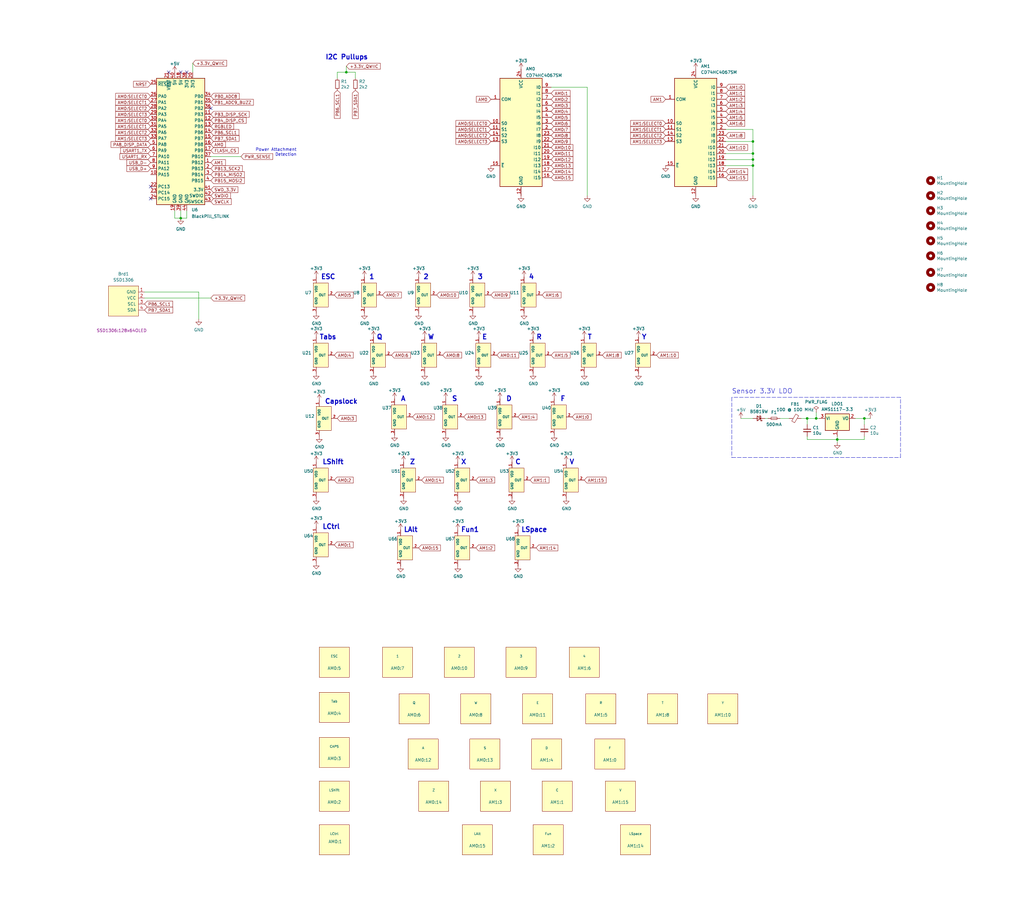
<source format=kicad_sch>
(kicad_sch (version 20250114) (generator "eeschema") (generator_version "9.0")
  (paper "User" 431.8 381)
  (lib_symbols
    (symbol "49e:Hall_Sensor" (pin_names (offset 1.016))
      (property "Reference" "U?" (at -4.5212 0.9652 0))
      (symbol "Hall_Sensor_1_1"
        (pin power_in line (at -2.54 7.62 270) (length 2.54) (name "VDD") (number "1"))
        (pin power_in line (at -2.54 -7.62 90) (length 2.54) (name "GND") (number "3"))
        (pin output line (at 5.08 0 180) (length 2.54) (name "OUT") (number "2"))
      )
    )
    (symbol "74xx:CD74HC4067SM"
      (property "Reference" "U" (at -8.89 22.86 0))
      (property "Value" "CD74HC4067SM" (at 1.27 22.86 0))
      (symbol "CD74HC4067SM_1_1"
        (pin passive line (at -12.7 12.7 0) (length 3.81) (name "COM") (number "1"))
        (pin input line (at -12.7 2.54 0) (length 3.81) (name "S0") (number "10"))
        (pin input line (at -12.7 0 0) (length 3.81) (name "S1") (number "11"))
        (pin input line (at -12.7 -2.54 0) (length 3.81) (name "S2") (number "14"))
        (pin input line (at -12.7 -5.08 0) (length 3.81) (name "S3") (number "13"))
        (pin input line (at -12.7 -15.24 0) (length 3.81) (name "~{E}") (number "15"))
        (pin power_in line (at 0 25.4 270) (length 3.81) (name "VCC") (number "24"))
        (pin power_in line (at 0 -27.94 90) (length 3.81) (name "GND") (number "12"))
        (pin passive line (at 12.7 17.78 180) (length 3.81) (name "I0") (number "9"))
        (pin passive line (at 12.7 15.24 180) (length 3.81) (name "I1") (number "8"))
        (pin passive line (at 12.7 12.7 180) (length 3.81) (name "I2") (number "7"))
        (pin passive line (at 12.7 10.16 180) (length 3.81) (name "I3") (number "6"))
        (pin passive line (at 12.7 7.62 180) (length 3.81) (name "I4") (number "5"))
        (pin passive line (at 12.7 5.08 180) (length 3.81) (name "I5") (number "4"))
        (pin passive line (at 12.7 2.54 180) (length 3.81) (name "I6") (number "3"))
        (pin passive line (at 12.7 0 180) (length 3.81) (name "I7") (number "2"))
        (pin passive line (at 12.7 -2.54 180) (length 3.81) (name "I8") (number "23"))
        (pin passive line (at 12.7 -5.08 180) (length 3.81) (name "I9") (number "22"))
        (pin passive line (at 12.7 -7.62 180) (length 3.81) (name "I10") (number "21"))
        (pin passive line (at 12.7 -10.16 180) (length 3.81) (name "I11") (number "20"))
        (pin passive line (at 12.7 -12.7 180) (length 3.81) (name "I12") (number "19"))
        (pin passive line (at 12.7 -15.24 180) (length 3.81) (name "I13") (number "18"))
        (pin passive line (at 12.7 -17.78 180) (length 3.81) (name "I14") (number "17"))
        (pin passive line (at 12.7 -20.32 180) (length 3.81) (name "I15") (number "16"))
      )
    )
    (symbol "Device:C_Small" (pin_numbers (hide yes)) (pin_names (offset 0.254) (hide yes))
      (property "Reference" "C" (at 0.254 1.778 0))
      (property "Value" "C_Small" (at 0.254 -2.032 0))
      (symbol "C_Small_1_1"
        (pin passive line (at 0 2.54 270) (length 2.032) (name "~") (number "1"))
        (pin passive line (at 0 -2.54 90) (length 2.032) (name "~") (number "2"))
      )
    )
    (symbol "Device:D_Schottky_Small" (pin_numbers (hide yes)) (pin_names (offset 0.254) (hide yes))
      (property "Reference" "D" (at -1.27 2.032 0))
      (property "Value" "D_Schottky_Small" (at -7.112 -2.032 0))
      (symbol "D_Schottky_Small_1_1"
        (pin passive line (at -2.54 0 0) (length 1.778) (name "K") (number "1"))
        (pin passive line (at 2.54 0 180) (length 1.778) (name "A") (number "2"))
      )
    )
    (symbol "Device:Ferrite_Bead_Small" (pin_numbers (hide yes)) (pin_names (offset 0))
      (property "Reference" "FB" (at 1.905 1.27 0))
      (property "Value" "Device_Ferrite_Bead_Small" (at 1.905 -1.27 0))
      (symbol "Ferrite_Bead_Small_1_1"
        (pin passive line (at 0 2.54 270) (length 1.27) (name "~") (number "1"))
        (pin passive line (at 0 -2.54 90) (length 1.27) (name "~") (number "2"))
      )
    )
    (symbol "Device:Fuse_Small" (pin_numbers (hide yes)) (pin_names (offset 0.254) (hide yes))
      (property "Reference" "F" (at 0 -1.524 0))
      (property "Value" "Fuse_Small" (at 0 1.524 0))
      (symbol "Fuse_Small_1_1"
        (pin passive line (at -2.54 0 0) (length 1.27) (name "~") (number "1"))
        (pin passive line (at 2.54 0 180) (length 1.27) (name "~") (number "2"))
      )
    )
    (symbol "Device:R_Small" (pin_numbers (hide yes)) (pin_names (offset 0.254) (hide yes))
      (property "Reference" "R" (at 0.762 0.508 0))
      (property "Value" "R_Small" (at 0.762 -1.016 0))
      (symbol "R_Small_1_1"
        (pin passive line (at 0 2.54 270) (length 0.762) (name "~") (number "1"))
        (pin passive line (at 0 -2.54 90) (length 0.762) (name "~") (number "2"))
      )
    )
    (symbol "Mechanical:MountingHole" (pin_names (offset 1.016))
      (property "Reference" "H" (at 0 5.08 0))
      (property "Value" "MountingHole" (at 0 3.175 0))
    )
    (symbol "Regulator_Linear:AMS1117-3.3" (pin_names (offset 0.254))
      (property "Reference" "U" (at -3.81 3.175 0))
      (property "Value" "AMS1117-3.3" (at 0 3.175 0))
      (symbol "AMS1117-3.3_1_1"
        (pin power_in line (at -7.62 0 0) (length 2.54) (name "VI") (number "3"))
        (pin power_in line (at 0 -7.62 90) (length 2.54) (name "GND") (number "1"))
        (pin power_out line (at 7.62 0 180) (length 2.54) (name "VO") (number "2"))
      )
    )
    (symbol "SSD1306-128x64_OLED:SSD1306" (pin_names (offset 1.016))
      (property "Reference" "Brd" (at 0 -3.81 0))
      (property "Value" "SSD1306" (at 0 -1.27 0))
      (symbol "SSD1306_1_1"
        (pin input line (at -3.81 8.89 270) (length 2.54) (name "GND") (number "1"))
        (pin input line (at -1.27 8.89 270) (length 2.54) (name "VCC") (number "2"))
        (pin input line (at 1.27 8.89 270) (length 2.54) (name "SCL") (number "3"))
        (pin input line (at 3.81 8.89 270) (length 2.54) (name "SDA") (number "4"))
      )
    )
    (symbol "blackpill_stlink:BlackPill_STLINK"
      (property "Reference" "U6" (at 4.5594 -27.5495 0))
      (property "Value" "BlackPill_STLINK" (at 4.5594 -30.3246 0))
      (symbol "BlackPill_STLINK_1_1"
        (pin input line (at -12.7 25.4 0) (length 2.54) (name "~{RESET}") (number "25"))
        (pin bidirectional line (at -12.7 20.32 0) (length 2.54) (name "PA0") (number "26"))
        (pin bidirectional line (at -12.7 17.78 0) (length 2.54) (name "PA1") (number "27"))
        (pin bidirectional line (at -12.7 15.24 0) (length 2.54) (name "PA2") (number "28"))
        (pin bidirectional line (at -12.7 12.7 0) (length 2.54) (name "PA3") (number "29"))
        (pin bidirectional line (at -12.7 10.16 0) (length 2.54) (name "PA4") (number "30"))
        (pin bidirectional line (at -12.7 7.62 0) (length 2.54) (name "PA5") (number "31"))
        (pin bidirectional line (at -12.7 5.08 0) (length 2.54) (name "PA6") (number "32"))
        (pin bidirectional line (at -12.7 2.54 0) (length 2.54) (name "PA7") (number "33"))
        (pin bidirectional line (at -12.7 0 0) (length 2.54) (name "PA8") (number "5"))
        (pin bidirectional line (at -12.7 -2.54 0) (length 2.54) (name "PA9") (number "6"))
        (pin bidirectional line (at -12.7 -5.08 0) (length 2.54) (name "PA10") (number "7"))
        (pin bidirectional line (at -12.7 -7.62 0) (length 2.54) (name "PA11") (number "8"))
        (pin bidirectional line (at -12.7 -10.16 0) (length 2.54) (name "PA12") (number "9"))
        (pin bidirectional line (at -12.7 -12.7 0) (length 2.54) (name "PA15") (number "10"))
        (pin bidirectional line (at -12.7 -17.78 0) (length 2.54) (name "PC13") (number "22"))
        (pin bidirectional line (at -12.7 -20.32 0) (length 2.54) (name "PC14") (number "23"))
        (pin bidirectional line (at -12.7 -22.86 0) (length 2.54) (name "PC15") (number "24"))
        (pin power_in line (at -5.08 30.48 270) (length 2.54) (name "VBAT") (number "21"))
        (pin passive line (at -2.54 30.48 270) (length 2.54) (name "5V") (number "40"))
        (pin power_in line (at -2.54 -27.94 90) (length 2.54) (name "GND") (number "19"))
        (pin power_in line (at 0 30.48 270) (length 2.54) (name "5V") (number "18"))
        (pin power_in line (at 0 -27.94 90) (length 2.54) (name "GND") (number "39"))
        (pin power_out line (at 2.54 30.48 270) (length 2.54) (name "3V3") (number "38"))
        (pin power_in line (at 2.54 -27.94 90) (length 2.54) (name "GND") (number "44"))
        (pin power_out line (at 5.08 30.48 270) (length 2.54) (name "3V3") (number "20"))
        (pin bidirectional line (at 12.7 20.32 180) (length 2.54) (name "PB0") (number "34"))
        (pin bidirectional line (at 12.7 17.78 180) (length 2.54) (name "PB1") (number "35"))
        (pin bidirectional line (at 12.7 15.24 180) (length 2.54) (name "PB2") (number "36"))
        (pin bidirectional line (at 12.7 12.7 180) (length 2.54) (name "PB3") (number "11"))
        (pin bidirectional line (at 12.7 10.16 180) (length 2.54) (name "PB4") (number "12"))
        (pin bidirectional line (at 12.7 7.62 180) (length 2.54) (name "PB5") (number "13"))
        (pin bidirectional line (at 12.7 5.08 180) (length 2.54) (name "PB6") (number "14"))
        (pin bidirectional line (at 12.7 2.54 180) (length 2.54) (name "PB7") (number "15"))
        (pin bidirectional line (at 12.7 0 180) (length 2.54) (name "PB8") (number "16"))
        (pin bidirectional line (at 12.7 -2.54 180) (length 2.54) (name "PB9") (number "17"))
        (pin bidirectional line (at 12.7 -5.08 180) (length 2.54) (name "PB10") (number "37"))
        (pin bidirectional line (at 12.7 -7.62 180) (length 2.54) (name "PB12") (number "1"))
        (pin bidirectional line (at 12.7 -10.16 180) (length 2.54) (name "PB13") (number "2"))
        (pin bidirectional line (at 12.7 -12.7 180) (length 2.54) (name "PB14") (number "3"))
        (pin bidirectional line (at 12.7 -15.24 180) (length 2.54) (name "PB15") (number "4"))
        (pin power_out line (at 12.7 -19.05 180) (length 2.54) (name "3.3V") (number "41"))
        (pin bidirectional line (at 12.7 -21.59 180) (length 2.54) (name "SWDIO") (number "42"))
        (pin bidirectional line (at 12.7 -24.13 180) (length 2.54) (name "SWSCK") (number "43"))
      )
    )
    (symbol "power:+3.3V" (power) (pin_names (offset 0))
      (property "Value" "+3.3V" (at 0 3.556 0))
      (symbol "+3.3V_1_1"
        (pin power_in line (at 0 0 90) (length 0) (hide yes) (name "+3V3") (number "1"))
      )
    )
    (symbol "power:+5V" (power) (pin_names (offset 0))
      (property "Value" "+5V" (at 0 3.556 0))
      (symbol "+5V_1_1"
        (pin power_in line (at 0 0 90) (length 0) (hide yes) (name "+5V") (number "1"))
      )
    )
    (symbol "power:GND" (power) (pin_names (offset 0))
      (property "Value" "GND" (at 0 -3.81 0))
      (symbol "GND_1_1"
        (pin power_in line (at 0 0 270) (length 0) (hide yes) (name "GND") (number "1"))
      )
    )
    (symbol "power:PWR_FLAG" (power) (pin_numbers (hide yes)) (pin_names (offset 0) (hide yes))
      (property "Value" "PWR_FLAG" (at 0 3.81 0))
      (symbol "PWR_FLAG_0_0"
        (pin power_out line (at 0 0 90) (length 0) (name "pwr") (number "1"))
      )
    )
    (symbol "voidswitch:VoidSwitch" (pin_names (offset 1.016))
      (property "Reference" "AM0:0" (at 0 -2.54 0))
      (property "Value" "VoidSwitch" (at 0 2.54 0))
    )
  )
  (text "1" (at 155.575 118.11 0) (effects (font (size 2.0066 2.0066) (thickness 0.4013) (bold yes)) (justify left bottom)))
  (text "I2C Pullups" (at 137.16 25.4 0) (effects (font (size 2.0066 2.0066) (thickness 0.4013) (bold yes)) (justify left bottom)))
  (text "LAlt" (at 170.18 224.79 0) (effects (font (size 2.0066 2.0066) (thickness 0.4013) (bold yes)) (justify left bottom)))
  (text "A" (at 168.91 169.545 0) (effects (font (size 2.0066 2.0066) (thickness 0.4013) (bold yes)) (justify left bottom)))
  (text "Tabs" (at 134.62 143.51 0) (effects (font (size 2.0066 2.0066) (thickness 0.4013) (bold yes)) (justify left bottom)))
  (text "E" (at 203.2 143.51 0) (effects (font (size 2.0066 2.0066) (thickness 0.4013) (bold yes)) (justify left bottom)))
  (text "Capslock\n" (at 136.906 170.688 0) (effects (font (size 2.0066 2.0066) (thickness 0.4013) (bold yes)) (justify left bottom)))
  (text "D" (at 213.36 169.545 0) (effects (font (size 2.0066 2.0066) (thickness 0.4013) (bold yes)) (justify left bottom)))
  (text "3" (at 201.295 118.11 0) (effects (font (size 2.0066 2.0066) (thickness 0.4013) (bold yes)) (justify left bottom)))
  (text "W" (at 180.34 143.51 0) (effects (font (size 2.0066 2.0066) (thickness 0.4013) (bold yes)) (justify left bottom)))
  (text "R" (at 226.06 143.51 0) (effects (font (size 2.0066 2.0066) (thickness 0.4013) (bold yes)) (justify left bottom)))
  (text "F" (at 236.22 169.545 0) (effects (font (size 2.0066 2.0066) (thickness 0.4013) (bold yes)) (justify left bottom)))
  (text "Fun1" (at 194.31 224.79 0) (effects (font (size 2.0066 2.0066) (thickness 0.4013) (bold yes)) (justify left bottom)))
  (text "LCtrl" (at 135.89 223.52 0) (effects (font (size 2.0066 2.0066) (thickness 0.4013) (bold yes)) (justify left bottom)))
  (text "C" (at 217.17 196.215 0) (effects (font (size 2.0066 2.0066) (thickness 0.4013) (bold yes)) (justify left bottom)))
  (text "2" (at 178.435 118.11 0) (effects (font (size 2.0066 2.0066) (thickness 0.4013) (bold yes)) (justify left bottom)))
  (text "Sensor 3.3V LDO" (at 308.61 166.37 0) (effects (font (size 2.0066 2.0066)) (justify left bottom)))
  (text "Y" (at 270.51 143.51 0) (effects (font (size 2.0066 2.0066) (thickness 0.4013) (bold yes)) (justify left bottom)))
  (text "Q" (at 158.75 143.51 0) (effects (font (size 2.0066 2.0066) (thickness 0.4013) (bold yes)) (justify left bottom)))
  (text "T" (at 247.65 143.51 0) (effects (font (size 2.0066 2.0066) (thickness 0.4013) (bold yes)) (justify left bottom)))
  (text "ESC" (at 135.255 118.11 0) (effects (font (size 2.0066 2.0066) (thickness 0.4013) (bold yes)) (justify left bottom)))
  (text "LSpace" (at 219.71 224.79 0) (effects (font (size 2.0066 2.0066) (thickness 0.4013) (bold yes)) (justify left bottom)))
  (text "Z" (at 172.72 196.215 0) (effects (font (size 2.0066 2.0066) (thickness 0.4013) (bold yes)) (justify left bottom)))
  (text "V" (at 240.03 196.215 0) (effects (font (size 2.0066 2.0066) (thickness 0.4013) (bold yes)) (justify left bottom)))
  (text "4" (at 222.885 118.11 0) (effects (font (size 2.0066 2.0066) (thickness 0.4013) (bold yes)) (justify left bottom)))
  (text "S" (at 190.5 169.545 0) (effects (font (size 2.0066 2.0066) (thickness 0.4013) (bold yes)) (justify left bottom)))
  (text "X" (at 194.31 196.215 0) (effects (font (size 2.0066 2.0066) (thickness 0.4013) (bold yes)) (justify left bottom)))
  (text "Power Attachment\nDetection" (at 125.095 66.04 0) (effects (font (size 1.27 1.27)) (justify right bottom)))
  (text "LShift" (at 135.89 196.215 0) (effects (font (size 2.0066 2.0066) (thickness 0.4013) (bold yes)) (justify left bottom)))
  (junction (at 344.17 176.53))
  (junction (at 317.5 67.31))
  (junction (at 317.5 59.69))
  (junction (at 317.5 69.85))
  (junction (at 317.5 64.77))
  (junction (at 76.2 92.075))
  (junction (at 364.49 176.53))
  (junction (at 353.06 185.42))
  (junction (at 146.05 30.48))
  (junction (at 340.36 176.53))
  (no_connect (at 78.74 30.48))
  (no_connect (at 63.5 83.82))
  (no_connect (at 71.12 30.48))
  (no_connect (at 76.2 30.48))
  (no_connect (at 88.9 45.72))
  (no_connect (at 63.5 78.74))
  (polyline (pts (xy 308.61 167.64) (xy 308.61 193.04)) (stroke (width 0) (type dash)))
  (wire (pts (xy 340.36 176.53) (xy 344.17 176.53)))
  (wire (pts (xy 317.5 64.77) (xy 317.5 67.31)))
  (wire (pts (xy 146.05 30.48) (xy 149.86 30.48)))
  (wire (pts (xy 306.07 59.69) (xy 317.5 59.69)))
  (wire (pts (xy 73.66 88.9) (xy 73.66 92.075)))
  (wire (pts (xy 101.6 66.04) (xy 88.9 66.04)))
  (polyline (pts (xy 308.61 193.04) (xy 379.73 193.04)) (stroke (width 0) (type dash)))
  (wire (pts (xy 78.74 92.075) (xy 76.2 92.075)))
  (wire (pts (xy 317.5 69.85) (xy 317.5 82.55)))
  (wire (pts (xy 364.49 176.53) (xy 367.03 176.53)))
  (polyline (pts (xy 379.73 167.64) (xy 308.61 167.64)) (stroke (width 0) (type dash)))
  (wire (pts (xy 60.96 123.19) (xy 83.82 123.19)))
  (wire (pts (xy 83.82 123.19) (xy 83.82 134.62)))
  (wire (pts (xy 337.82 176.53) (xy 340.36 176.53)))
  (wire (pts (xy 306.07 54.61) (xy 317.5 54.61)))
  (wire (pts (xy 312.42 176.53) (xy 317.5 176.53)))
  (wire (pts (xy 306.07 67.31) (xy 317.5 67.31)))
  (wire (pts (xy 232.41 36.83) (xy 247.65 36.83)))
  (wire (pts (xy 76.2 88.9) (xy 76.2 92.075)))
  (wire (pts (xy 306.07 69.85) (xy 317.5 69.85)))
  (wire (pts (xy 364.49 185.42) (xy 353.06 185.42)))
  (wire (pts (xy 364.49 176.53) (xy 360.68 176.53)))
  (wire (pts (xy 306.07 64.77) (xy 317.5 64.77)))
  (polyline (pts (xy 379.73 193.04) (xy 379.73 167.64)) (stroke (width 0) (type dash)))
  (wire (pts (xy 60.96 125.73) (xy 88.9 125.73)))
  (wire (pts (xy 353.06 185.42) (xy 353.06 184.15)))
  (wire (pts (xy 340.36 184.15) (xy 340.36 185.42)))
  (wire (pts (xy 73.66 92.075) (xy 76.2 92.075)))
  (wire (pts (xy 340.36 179.07) (xy 340.36 176.53)))
  (wire (pts (xy 328.93 176.53) (xy 332.74 176.53)))
  (wire (pts (xy 317.5 54.61) (xy 317.5 59.69)))
  (wire (pts (xy 317.5 67.31) (xy 317.5 69.85)))
  (wire (pts (xy 364.49 184.15) (xy 364.49 185.42)))
  (wire (pts (xy 247.65 36.83) (xy 247.65 82.55)))
  (wire (pts (xy 364.49 179.07) (xy 364.49 176.53)))
  (wire (pts (xy 142.24 30.48) (xy 142.24 33.02)))
  (wire (pts (xy 344.17 173.99) (xy 344.17 176.53)))
  (wire (pts (xy 322.58 176.53) (xy 323.85 176.53)))
  (wire (pts (xy 81.28 30.48) (xy 81.28 26.67)))
  (wire (pts (xy 146.05 27.94) (xy 146.05 30.48)))
  (wire (pts (xy 146.05 30.48) (xy 142.24 30.48)))
  (wire (pts (xy 78.74 88.9) (xy 78.74 92.075)))
  (wire (pts (xy 353.06 186.69) (xy 353.06 185.42)))
  (wire (pts (xy 340.36 185.42) (xy 353.06 185.42)))
  (wire (pts (xy 344.17 176.53) (xy 345.44 176.53)))
  (wire (pts (xy 317.5 59.69) (xy 317.5 64.77)))
  (wire (pts (xy 149.86 30.48) (xy 149.86 33.02)))
  (global_label "AM0:SELECT0" (shape input) (at 207.01 52.07 180) (property "Intersheetrefs" "${INTERSHEET_REFS}" (effects (hide yes))))
  (global_label "PB6_SCL1" (shape input) (at 88.9 55.88 0) (property "Intersheetrefs" "${INTERSHEET_REFS}" (effects (hide yes))))
  (global_label "AM1:2" (shape input) (at 200.66 231.14 0) (property "Intersheetrefs" "${INTERSHEET_REFS}" (effects (hide yes))))
  (global_label "AM0:4" (shape input) (at 232.41 46.99 0) (property "Intersheetrefs" "${INTERSHEET_REFS}" (effects (hide yes))))
  (global_label "AM0:7" (shape input) (at 232.41 54.61 0) (property "Intersheetrefs" "${INTERSHEET_REFS}" (effects (hide yes))))
  (global_label "AM0:12" (shape input) (at 232.41 67.31 0) (property "Intersheetrefs" "${INTERSHEET_REFS}" (effects (hide yes))))
  (global_label "PB7_SDA1" (shape input) (at 60.96 130.81 0) (property "Intersheetrefs" "${INTERSHEET_REFS}" (effects (hide yes))))
  (global_label "PB15_MOSI2" (shape input) (at 88.9 76.2 0) (property "Intersheetrefs" "${INTERSHEET_REFS}" (effects (hide yes))))
  (global_label "AM1:3" (shape input) (at 200.66 202.565 0) (property "Intersheetrefs" "${INTERSHEET_REFS}" (effects (hide yes))))
  (global_label "AM0:9" (shape input) (at 207.01 124.46 0) (property "Intersheetrefs" "${INTERSHEET_REFS}" (effects (hide yes))))
  (global_label "AM0:7" (shape input) (at 161.29 124.46 0) (property "Intersheetrefs" "${INTERSHEET_REFS}" (effects (hide yes))))
  (global_label "AM0:1" (shape input) (at 232.41 39.37 0) (property "Intersheetrefs" "${INTERSHEET_REFS}" (effects (hide yes))))
  (global_label "SWD_3.3V" (shape input) (at 88.9 80.01 0) (property "Intersheetrefs" "${INTERSHEET_REFS}" (effects (hide yes))))
  (global_label "AM1:SELECT1" (shape input) (at 63.5 53.34 180) (property "Intersheetrefs" "${INTERSHEET_REFS}" (effects (hide yes))))
  (global_label "AM0:13" (shape input) (at 232.41 69.85 0) (property "Intersheetrefs" "${INTERSHEET_REFS}" (effects (hide yes))))
  (global_label "PB7_SDA1" (shape input) (at 88.9 58.42 0) (property "Intersheetrefs" "${INTERSHEET_REFS}" (effects (hide yes))))
  (global_label "PB6_SCL1" (shape input) (at 142.24 38.1 270) (property "Intersheetrefs" "${INTERSHEET_REFS}" (effects (hide yes))))
  (global_label "PB1_ADC9_BUZZ" (shape input) (at 88.9 43.18 0) (property "Intersheetrefs" "${INTERSHEET_REFS}" (effects (hide yes))))
  (global_label "AM0:5" (shape input) (at 140.97 124.46 0) (property "Intersheetrefs" "${INTERSHEET_REFS}" (effects (hide yes))))
  (global_label "USART1_TX" (shape input) (at 63.5 63.5 180) (property "Intersheetrefs" "${INTERSHEET_REFS}" (effects (hide yes))))
  (global_label "AM1:10" (shape input) (at 306.07 62.23 0) (property "Intersheetrefs" "${INTERSHEET_REFS}" (effects (hide yes))))
  (global_label "SWCLK" (shape input) (at 88.9 85.09 0) (property "Intersheetrefs" "${INTERSHEET_REFS}" (effects (hide yes))))
  (global_label "AM1:15" (shape input) (at 306.07 74.93 0) (property "Intersheetrefs" "${INTERSHEET_REFS}" (effects (hide yes))))
  (global_label "AM1:SELECT2" (shape input) (at 280.67 57.15 180) (property "Intersheetrefs" "${INTERSHEET_REFS}" (effects (hide yes))))
  (global_label "AM1:8" (shape input) (at 306.07 57.15 0) (property "Intersheetrefs" "${INTERSHEET_REFS}" (effects (hide yes))))
  (global_label "AM0:4" (shape input) (at 140.97 149.86 0) (property "Intersheetrefs" "${INTERSHEET_REFS}" (effects (hide yes))))
  (global_label "AM1:10" (shape input) (at 276.86 149.86 0) (property "Intersheetrefs" "${INTERSHEET_REFS}" (effects (hide yes))))
  (global_label "PB14_MISO2" (shape input) (at 88.9 73.66 0) (property "Intersheetrefs" "${INTERSHEET_REFS}" (effects (hide yes))))
  (global_label "AM0:1" (shape input) (at 140.97 229.87 0) (property "Intersheetrefs" "${INTERSHEET_REFS}" (effects (hide yes))))
  (global_label "AM1:4" (shape input) (at 218.44 175.895 0) (property "Intersheetrefs" "${INTERSHEET_REFS}" (effects (hide yes))))
  (global_label "PB3_DISP_SCK" (shape input) (at 88.9 48.26 0) (property "Intersheetrefs" "${INTERSHEET_REFS}" (effects (hide yes))))
  (global_label "PB7_SDA1" (shape input) (at 149.86 38.1 270) (property "Intersheetrefs" "${INTERSHEET_REFS}" (effects (hide yes))))
  (global_label "PB0_ADC8" (shape input) (at 88.9 40.64 0) (property "Intersheetrefs" "${INTERSHEET_REFS}" (effects (hide yes))))
  (global_label "AM0:8" (shape input) (at 186.69 149.86 0) (property "Intersheetrefs" "${INTERSHEET_REFS}" (effects (hide yes))))
  (global_label "AM0:SELECT2" (shape input) (at 63.5 45.72 180) (property "Intersheetrefs" "${INTERSHEET_REFS}" (effects (hide yes))))
  (global_label "NRST" (shape input) (at 63.5 35.56 180) (property "Intersheetrefs" "${INTERSHEET_REFS}" (effects (hide yes))))
  (global_label "AM1:6" (shape input) (at 306.07 52.07 0) (property "Intersheetrefs" "${INTERSHEET_REFS}" (effects (hide yes))))
  (global_label "AM0:2" (shape input) (at 140.97 202.565 0) (property "Intersheetrefs" "${INTERSHEET_REFS}" (effects (hide yes))))
  (global_label "AM1:5" (shape input) (at 232.41 149.86 0) (property "Intersheetrefs" "${INTERSHEET_REFS}" (effects (hide yes))))
  (global_label "AM0:SELECT0" (shape input) (at 63.5 40.64 180) (property "Intersheetrefs" "${INTERSHEET_REFS}" (effects (hide yes))))
  (global_label "AM1:6" (shape input) (at 228.6 124.46 0) (property "Intersheetrefs" "${INTERSHEET_REFS}" (effects (hide yes))))
  (global_label "AM1:1" (shape input) (at 223.52 202.565 0) (property "Intersheetrefs" "${INTERSHEET_REFS}" (effects (hide yes))))
  (global_label "AM1:SELECT0" (shape input) (at 63.5 50.8 180) (property "Intersheetrefs" "${INTERSHEET_REFS}" (effects (hide yes))))
  (global_label "AM1" (shape input) (at 88.9 68.58 0) (property "Intersheetrefs" "${INTERSHEET_REFS}" (effects (hide yes))))
  (global_label "+3.3V_QWIIC" (shape input) (at 146.05 27.94 0) (property "Intersheetrefs" "${INTERSHEET_REFS}" (effects (hide yes))))
  (global_label "AM0" (shape input) (at 88.9 60.96 0) (property "Intersheetrefs" "${INTERSHEET_REFS}" (effects (hide yes))))
  (global_label "AM0:SELECT1" (shape input) (at 207.01 54.61 180) (property "Intersheetrefs" "${INTERSHEET_REFS}" (effects (hide yes))))
  (global_label "AM1:14" (shape input) (at 226.06 231.14 0) (property "Intersheetrefs" "${INTERSHEET_REFS}" (effects (hide yes))))
  (global_label "AM0" (shape input) (at 207.01 41.91 180) (property "Intersheetrefs" "${INTERSHEET_REFS}" (effects (hide yes))))
  (global_label "AM0:3" (shape input) (at 142.24 176.53 0) (property "Intersheetrefs" "${INTERSHEET_REFS}" (effects (hide yes))))
  (global_label "PB13_SCK2" (shape input) (at 88.9 71.12 0) (property "Intersheetrefs" "${INTERSHEET_REFS}" (effects (hide yes))))
  (global_label "AM0:2" (shape input) (at 232.41 41.91 0) (property "Intersheetrefs" "${INTERSHEET_REFS}" (effects (hide yes))))
  (global_label "AM0:15" (shape input) (at 176.53 231.14 0) (property "Intersheetrefs" "${INTERSHEET_REFS}" (effects (hide yes))))
  (global_label "AM1:0" (shape input) (at 306.07 36.83 0) (property "Intersheetrefs" "${INTERSHEET_REFS}" (effects (hide yes))))
  (global_label "AM0:14" (shape input) (at 232.41 72.39 0) (property "Intersheetrefs" "${INTERSHEET_REFS}" (effects (hide yes))))
  (global_label "AM0:SELECT3" (shape input) (at 63.5 48.26 180) (property "Intersheetrefs" "${INTERSHEET_REFS}" (effects (hide yes))))
  (global_label "+3.3V_QWIIC" (shape input) (at 81.28 26.67 0) (property "Intersheetrefs" "${INTERSHEET_REFS}" (effects (hide yes))))
  (global_label "AM0:13" (shape input) (at 195.58 175.895 0) (property "Intersheetrefs" "${INTERSHEET_REFS}" (effects (hide yes))))
  (global_label "PWR_SENSE" (shape input) (at 101.6 66.04 0) (property "Intersheetrefs" "${INTERSHEET_REFS}" (effects (hide yes))))
  (global_label "AM0:11" (shape input) (at 232.41 64.77 0) (property "Intersheetrefs" "${INTERSHEET_REFS}" (effects (hide yes))))
  (global_label "SWDIO" (shape input) (at 88.9 82.55 0) (property "Intersheetrefs" "${INTERSHEET_REFS}" (effects (hide yes))))
  (global_label "AM0:SELECT2" (shape input) (at 207.01 57.15 180) (property "Intersheetrefs" "${INTERSHEET_REFS}" (effects (hide yes))))
  (global_label "AM1:SELECT2" (shape input) (at 63.5 55.88 180) (property "Intersheetrefs" "${INTERSHEET_REFS}" (effects (hide yes))))
  (global_label "USB_D+" (shape input) (at 63.5 71.12 180) (property "Intersheetrefs" "${INTERSHEET_REFS}" (effects (hide yes))))
  (global_label "AM1:4" (shape input) (at 306.07 46.99 0) (property "Intersheetrefs" "${INTERSHEET_REFS}" (effects (hide yes))))
  (global_label "AM0:10" (shape input) (at 232.41 62.23 0) (property "Intersheetrefs" "${INTERSHEET_REFS}" (effects (hide yes))))
  (global_label "AM1:0" (shape input) (at 241.3 175.895 0) (property "Intersheetrefs" "${INTERSHEET_REFS}" (effects (hide yes))))
  (global_label "RGBLED" (shape input) (at 88.9 53.34 0) (property "Intersheetrefs" "${INTERSHEET_REFS}" (effects (hide yes))))
  (global_label "FLASH_CS" (shape input) (at 88.9 63.5 0) (property "Intersheetrefs" "${INTERSHEET_REFS}" (effects (hide yes))))
  (global_label "USB_D-" (shape input) (at 63.5 68.58 180) (property "Intersheetrefs" "${INTERSHEET_REFS}" (effects (hide yes))))
  (global_label "AM0:3" (shape input) (at 232.41 44.45 0) (property "Intersheetrefs" "${INTERSHEET_REFS}" (effects (hide yes))))
  (global_label "AM0:9" (shape input) (at 232.41 59.69 0) (property "Intersheetrefs" "${INTERSHEET_REFS}" (effects (hide yes))))
  (global_label "AM1:1" (shape input) (at 306.07 39.37 0) (property "Intersheetrefs" "${INTERSHEET_REFS}" (effects (hide yes))))
  (global_label "PB6_SCL1" (shape input) (at 60.96 128.27 0) (property "Intersheetrefs" "${INTERSHEET_REFS}" (effects (hide yes))))
  (global_label "AM1:SELECT1" (shape input) (at 280.67 54.61 180) (property "Intersheetrefs" "${INTERSHEET_REFS}" (effects (hide yes))))
  (global_label "AM0:11" (shape input) (at 209.55 149.86 0) (property "Intersheetrefs" "${INTERSHEET_REFS}" (effects (hide yes))))
  (global_label "PB4_DISP_CS" (shape input) (at 88.9 50.8 0) (property "Intersheetrefs" "${INTERSHEET_REFS}" (effects (hide yes))))
  (global_label "AM1:2" (shape input) (at 306.07 41.91 0) (property "Intersheetrefs" "${INTERSHEET_REFS}" (effects (hide yes))))
  (global_label "PA8_DISP_DATA" (shape input) (at 63.5 60.96 180) (property "Intersheetrefs" "${INTERSHEET_REFS}" (effects (hide yes))))
  (global_label "AM0:12" (shape input) (at 173.99 175.895 0) (property "Intersheetrefs" "${INTERSHEET_REFS}" (effects (hide yes))))
  (global_label "AM0:14" (shape input) (at 177.8 202.565 0) (property "Intersheetrefs" "${INTERSHEET_REFS}" (effects (hide yes))))
  (global_label "AM1" (shape input) (at 280.67 41.91 180) (property "Intersheetrefs" "${INTERSHEET_REFS}" (effects (hide yes))))
  (global_label "AM0:15" (shape input) (at 232.41 74.93 0) (property "Intersheetrefs" "${INTERSHEET_REFS}" (effects (hide yes))))
  (global_label "AM1:SELECT3" (shape input) (at 280.67 59.69 180) (property "Intersheetrefs" "${INTERSHEET_REFS}" (effects (hide yes))))
  (global_label "AM1:3" (shape input) (at 306.07 44.45 0) (property "Intersheetrefs" "${INTERSHEET_REFS}" (effects (hide yes))))
  (global_label "AM0:8" (shape input) (at 232.41 57.15 0) (property "Intersheetrefs" "${INTERSHEET_REFS}" (effects (hide yes))))
  (global_label "AM1:14" (shape input) (at 306.07 72.39 0) (property "Intersheetrefs" "${INTERSHEET_REFS}" (effects (hide yes))))
  (global_label "AM0:SELECT3" (shape input) (at 207.01 59.69 180) (property "Intersheetrefs" "${INTERSHEET_REFS}" (effects (hide yes))))
  (global_label "AM1:SELECT0" (shape input) (at 280.67 52.07 180) (property "Intersheetrefs" "${INTERSHEET_REFS}" (effects (hide yes))))
  (global_label "AM0:6" (shape input) (at 165.1 149.86 0) (property "Intersheetrefs" "${INTERSHEET_REFS}" (effects (hide yes))))
  (global_label "+3.3V_QWIIC" (shape input) (at 88.9 125.73 0) (property "Intersheetrefs" "${INTERSHEET_REFS}" (effects (hide yes))))
  (global_label "AM1:5" (shape input) (at 306.07 49.53 0) (property "Intersheetrefs" "${INTERSHEET_REFS}" (effects (hide yes))))
  (global_label "AM1:SELECT3" (shape input) (at 63.5 58.42 180) (property "Intersheetrefs" "${INTERSHEET_REFS}" (effects (hide yes))))
  (global_label "AM0:6" (shape input) (at 232.41 52.07 0) (property "Intersheetrefs" "${INTERSHEET_REFS}" (effects (hide yes))))
  (global_label "AM0:10" (shape input) (at 184.15 124.46 0) (property "Intersheetrefs" "${INTERSHEET_REFS}" (effects (hide yes))))
  (global_label "AM0:SELECT1" (shape input) (at 63.5 43.18 180) (property "Intersheetrefs" "${INTERSHEET_REFS}" (effects (hide yes))))
  (global_label "AM1:15" (shape input) (at 246.38 202.565 0) (property "Intersheetrefs" "${INTERSHEET_REFS}" (effects (hide yes))))
  (global_label "USART1_RX" (shape input) (at 63.5 66.04 180) (property "Intersheetrefs" "${INTERSHEET_REFS}" (effects (hide yes))))
  (global_label "AM1:8" (shape input) (at 254 149.86 0) (property "Intersheetrefs" "${INTERSHEET_REFS}" (effects (hide yes))))
  (global_label "AM0:5" (shape input) (at 232.41 49.53 0) (property "Intersheetrefs" "${INTERSHEET_REFS}" (effects (hide yes))))
  (symbol (lib_id "power:GND") (at 224.79 157.48 0) (unit 1)
    (property "Reference" "#PWR069" (effects (hide yes)))
    (property "Value" "GND" (at 224.917 161.8742 0))
  )
  (symbol (lib_id "49e:Hall_Sensor") (at 248.92 149.86 0) (unit 1)
    (property "Reference" "U26" (at 244.3988 148.8948 0) (effects (justify right)))
    (property "Value" "GH39FKSW" (effects (hide yes)))
    (property "Footprint" "PCM_marbastlib-xp-he:SW_MX_HE_0deg_1u" (effects (hide yes)))
    (property "LCSC Part" "C266230" (effects (hide yes)))
    (property "MPN" "GH39FKSW" (effects (hide yes)))
    (property "Notes" "Alternate part: OH49E-S (C85573)" (effects (hide yes)))
  )
  (symbol (lib_id "Device:R_Small") (at 149.86 35.56 0) (unit 1)
    (property "Reference" "R2" (at 151.3586 34.3916 0) (effects (justify left)))
    (property "Value" "2k2" (at 151.3586 36.703 0) (effects (justify left)))
    (property "Footprint" "Resistor_SMD:R_0402_1005Metric" (effects (hide yes)))
    (property "MPN" "0402WGF2201TCE" (effects (hide yes)))
    (property "LCSC Part" "C25879" (effects (hide yes)))
    (property "Basic Part" "True" (effects (hide yes)))
  )
  (symbol (lib_id "power:+3.3V") (at 215.9 194.945 0) (unit 1)
    (property "Reference" "#PWR0111" (effects (hide yes)))
    (property "Value" "+3V3" (at 215.9 191.3405 0))
  )
  (symbol (lib_id "49e:Hall_Sensor") (at 172.72 202.565 0) (unit 1)
    (property "Reference" "U51" (at 168.91 198.755 0) (effects (justify right)))
    (property "Value" "GH39FKSW" (effects (hide yes)))
    (property "Footprint" "PCM_marbastlib-xp-he:SW_MX_HE_0deg_1u" (effects (hide yes)))
    (property "LCSC Part" "C266230" (effects (hide yes)))
    (property "MPN" "GH39FKSW" (effects (hide yes)))
    (property "Notes" "Alternate part: OH49E-S (C85573)" (effects (hide yes)))
  )
  (symbol (lib_id "49e:Hall_Sensor") (at 236.22 175.895 0) (unit 1)
    (property "Reference" "U40" (at 232.41 172.085 0) (effects (justify right)))
    (property "Value" "GH39FKSW" (effects (hide yes)))
    (property "Footprint" "PCM_marbastlib-xp-he:SW_MX_HE_0deg_1u" (effects (hide yes)))
    (property "LCSC Part" "C266230" (effects (hide yes)))
    (property "MPN" "GH39FKSW" (effects (hide yes)))
    (property "Notes" "Alternate part: OH49E-S (C85573)" (effects (hide yes)))
  )
  (symbol (lib_id "power:+3.3V") (at 201.93 142.24 0) (unit 1)
    (property "Reference" "#PWR053" (effects (hide yes)))
    (property "Value" "+3V3" (at 201.93 138.6355 0))
  )
  (symbol (lib_id "49e:Hall_Sensor") (at 195.58 202.565 0) (unit 1)
    (property "Reference" "U52" (at 191.77 198.755 0) (effects (justify right)))
    (property "Value" "GH39FKSW" (effects (hide yes)))
    (property "Footprint" "PCM_marbastlib-xp-he:SW_MX_HE_0deg_1u" (effects (hide yes)))
    (property "LCSC Part" "C266230" (effects (hide yes)))
    (property "MPN" "GH39FKSW" (effects (hide yes)))
    (property "Notes" "Alternate part: OH49E-S (C85573)" (effects (hide yes)))
  )
  (symbol (lib_id "power:GND") (at 187.96 183.515 0) (unit 1)
    (property "Reference" "#PWR096" (effects (hide yes)))
    (property "Value" "GND" (at 188.087 187.9092 0))
  )
  (symbol (lib_id "power:+3.3V") (at 133.35 116.84 0) (unit 1)
    (property "Reference" "#PWR022" (effects (hide yes)))
    (property "Value" "+3V3" (at 133.35 113.2355 0))
  )
  (symbol (lib_id "49e:Hall_Sensor") (at 135.89 124.46 0) (unit 1)
    (property "Reference" "U7" (at 131.3688 123.4948 0) (effects (justify right)))
    (property "Value" "GH39FKSW" (effects (hide yes)))
    (property "Footprint" "PCM_marbastlib-xp-he:SW_MX_HE_0deg_1u" (effects (hide yes)))
    (property "LCSC Part" "C266230" (effects (hide yes)))
    (property "MPN" "GH39FKSW" (effects (hide yes)))
    (property "Notes" "Alternate part: OH49E-S (C85573)" (effects (hide yes)))
  )
  (symbol (lib_id "power:GND") (at 157.48 157.48 0) (unit 1)
    (property "Reference" "#PWR066" (effects (hide yes)))
    (property "Value" "GND" (at 157.607 161.8742 0))
  )
  (symbol (lib_id "power:GND") (at 133.35 132.08 0) (unit 1)
    (property "Reference" "#PWR036" (effects (hide yes)))
    (property "Value" "GND" (at 133.477 136.4742 0))
  )
  (symbol (lib_id "voidswitch:VoidSwitch") (at 140.97 279.4 0) (unit 1) (in_bom no) (on_board no)
    (property "Reference" "AM0:5" (at 140.97 281.94 0))
    (property "Value" "ESC" (at 140.97 276.86 0) (effects (font (size 0.9906 0.9906))))
    (property "Footprint" "voidswitch:VoidSwitch_1u_SMD" (effects (hide yes)))
    (property "NOTE" "Replace \"AM0:0\" with the actual MUX pin" (effects (hide yes)))
  )
  (symbol (lib_id "power:GND") (at 176.53 132.08 0) (unit 1)
    (property "Reference" "#PWR038" (effects (hide yes)))
    (property "Value" "GND" (at 176.657 136.4742 0))
  )
  (symbol (lib_id "power:GND") (at 238.76 210.185 0) (unit 1)
    (property "Reference" "#PWR0126" (effects (hide yes)))
    (property "Value" "GND" (at 238.887 214.5792 0))
  )
  (symbol (lib_id "voidswitch:VoidSwitch") (at 304.8 299.085 0) (unit 1) (on_board no)
    (property "Reference" "AM1:10" (at 304.8 301.625 0))
    (property "Value" "Y" (at 304.8 296.545 0) (effects (font (size 0.9906 0.9906))))
    (property "Footprint" "voidswitch:VoidSwitch_1u_SMD" (effects (hide yes)))
    (property "NOTE" "Replace \"AM0:0\" with the actual MUX pin" (effects (hide yes)))
  )
  (symbol (lib_id "Mechanical:MountingHole") (at 392.43 114.935 0) (unit 1) (in_bom no)
    (property "Reference" "H7" (at 394.97 113.7666 0) (effects (justify left)))
    (property "Value" "MountingHole" (at 394.97 116.078 0) (effects (justify left)))
    (property "Footprint" "MountingHole:MountingHole_3.2mm_M3_Pad" (effects (hide yes)))
  )
  (symbol (lib_id "Mechanical:MountingHole") (at 392.43 82.55 0) (unit 1) (in_bom no)
    (property "Reference" "H2" (at 394.97 81.3816 0) (effects (justify left)))
    (property "Value" "MountingHole" (at 394.97 83.693 0) (effects (justify left)))
    (property "Footprint" "MountingHole:MountingHole_3.2mm_M3_Pad" (effects (hide yes)))
  )
  (symbol (lib_id "voidswitch:VoidSwitch") (at 267.97 354.33 0) (unit 1) (on_board no)
    (property "Reference" "AM1:14" (at 267.97 356.87 0))
    (property "Value" "LSpace" (at 267.97 351.79 0) (effects (font (size 0.9906 0.9906))))
    (property "Footprint" "voidswitch:VoidSwitch_1.25u_SMD" (effects (hide yes)))
    (property "NOTE" "Replace \"AM0:0\" with the actual MUX pin" (effects (hide yes)))
  )
  (symbol (lib_id "voidswitch:VoidSwitch") (at 193.675 279.4 0) (unit 1) (on_board no)
    (property "Reference" "AM0:10" (at 193.675 281.94 0))
    (property "Value" "2" (at 193.675 276.86 0) (effects (font (size 0.9906 0.9906))))
    (property "Footprint" "voidswitch:VoidSwitch_1u_SMD" (effects (hide yes)))
    (property "NOTE" "Replace \"AM0:0\" with the actual MUX pin" (effects (hide yes)))
  )
  (symbol (lib_id "power:+3.3V") (at 218.44 223.52 0) (unit 1)
    (property "Reference" "#PWR0140" (effects (hide yes)))
    (property "Value" "+3V3" (at 218.44 219.9155 0))
  )
  (symbol (lib_id "power:+3.3V") (at 133.35 222.25 0) (unit 1)
    (property "Reference" "#PWR0136" (effects (hide yes)))
    (property "Value" "+3V3" (at 133.35 218.6455 0))
  )
  (symbol (lib_id "power:GND") (at 353.06 186.69 0) (unit 1)
    (property "Reference" "#PWR09" (effects (hide yes)))
    (property "Value" "GND" (at 353.187 191.0842 0))
  )
  (symbol (lib_id "power:+3.3V") (at 176.53 116.84 0) (unit 1)
    (property "Reference" "#PWR024" (effects (hide yes)))
    (property "Value" "+3V3" (at 176.53 113.2355 0))
  )
  (symbol (lib_id "power:GND") (at 207.01 69.85 0) (unit 1)
    (property "Reference" "#PWR010" (effects (hide yes)))
    (property "Value" "GND" (at 207.01 74.4125 0))
  )
  (symbol (lib_id "voidswitch:VoidSwitch") (at 246.38 279.4 0) (unit 1) (on_board no)
    (property "Reference" "AM1:6" (at 246.38 281.94 0))
    (property "Value" "4" (at 246.38 276.86 0) (effects (font (size 0.9906 0.9906))))
    (property "Footprint" "voidswitch:VoidSwitch_1u_SMD" (effects (hide yes)))
    (property "NOTE" "Replace \"AM0:0\" with the actual MUX pin" (effects (hide yes)))
  )
  (symbol (lib_id "power:+3.3V") (at 153.67 116.84 0) (unit 1)
    (property "Reference" "#PWR023" (effects (hide yes)))
    (property "Value" "+3V3" (at 153.67 113.2355 0))
  )
  (symbol (lib_id "Device:C_Small") (at 340.36 181.61 0) (unit 1)
    (property "Reference" "C1" (at 342.6968 180.4416 0) (effects (justify left)))
    (property "Value" "10u" (at 342.6968 182.753 0) (effects (justify left)))
    (property "Footprint" "Capacitor_SMD:C_0402_1005Metric" (effects (hide yes)))
    (property "MPN" "CL05A106MQ5NUNC" (effects (hide yes)))
    (property "LCSC Part" "C15525" (effects (hide yes)))
    (property "Basic Part" "True" (effects (hide yes)))
  )
  (symbol (lib_id "Device:Ferrite_Bead_Small") (at 335.28 176.53 270) (unit 1)
    (property "Reference" "FB1" (at 335.28 170.5102 90))
    (property "Value" "100 @ 100 MHz" (at 335.28 172.8216 90))
    (property "Footprint" "Inductor_SMD:L_0805_2012Metric" (effects (hide yes)))
    (property "LCSC Part" "C1015" (effects (hide yes)))
    (property "MPN" "GZ2012D101TF" (effects (hide yes)))
    (property "Basic Part" "True" (effects (hide yes)))
  )
  (symbol (lib_id "power:GND") (at 220.98 132.08 0) (unit 1)
    (property "Reference" "#PWR040" (effects (hide yes)))
    (property "Value" "GND" (at 221.107 136.4742 0))
  )
  (symbol (lib_id "power:GND") (at 269.24 157.48 0) (unit 1)
    (property "Reference" "#PWR071" (effects (hide yes)))
    (property "Value" "GND" (at 269.367 161.8742 0))
  )
  (symbol (lib_id "power:GND") (at 166.37 183.515 0) (unit 1)
    (property "Reference" "#PWR095" (effects (hide yes)))
    (property "Value" "GND" (at 166.497 187.9092 0))
  )
  (symbol (lib_id "power:+3.3V") (at 293.37 29.21 0) (unit 1)
    (property "Reference" "#PWR04" (effects (hide yes)))
    (property "Value" "+3V3" (at 293.37 25.6055 0))
  )
  (symbol (lib_id "Device:Fuse_Small") (at 326.39 176.53 0) (unit 1)
    (property "Reference" "F1" (at 326.39 173.99 0))
    (property "Value" "500mA" (at 326.39 179.07 0))
    (property "Footprint" "Fuse:Fuse_0603_1608Metric" (effects (hide yes)))
    (property "LCSC Part" "C261937" (effects (hide yes)))
  )
  (symbol (lib_id "power:+3.3V") (at 187.96 168.275 0) (unit 1)
    (property "Reference" "#PWR082" (effects (hide yes)))
    (property "Value" "+3V3" (at 187.96 164.6705 0))
  )
  (symbol (lib_id "49e:Hall_Sensor") (at 204.47 149.86 0) (unit 1)
    (property "Reference" "U24" (at 199.9488 148.8948 0) (effects (justify right)))
    (property "Value" "GH39FKSW" (effects (hide yes)))
    (property "Footprint" "PCM_marbastlib-xp-he:SW_MX_HE_0deg_1u" (effects (hide yes)))
    (property "LCSC Part" "C266230" (effects (hide yes)))
    (property "MPN" "GH39FKSW" (effects (hide yes)))
    (property "Notes" "Alternate part: OH49E-S (C85573)" (effects (hide yes)))
  )
  (symbol (lib_id "voidswitch:VoidSwitch") (at 219.71 279.4 0) (unit 1) (on_board no)
    (property "Reference" "AM0:9" (at 219.71 281.94 0))
    (property "Value" "3" (at 219.71 276.86 0) (effects (font (size 0.9906 0.9906))))
    (property "Footprint" "voidswitch:VoidSwitch_1u_SMD" (effects (hide yes)))
    (property "NOTE" "Replace \"AM0:0\" with the actual MUX pin" (effects (hide yes)))
  )
  (symbol (lib_id "49e:Hall_Sensor") (at 160.02 149.86 0) (unit 1)
    (property "Reference" "U22" (at 155.4988 148.8948 0) (effects (justify right)))
    (property "Value" "GH39FKSW" (effects (hide yes)))
    (property "Footprint" "PCM_marbastlib-xp-he:SW_MX_HE_0deg_1u" (effects (hide yes)))
    (property "LCSC Part" "C266230" (effects (hide yes)))
    (property "MPN" "GH39FKSW" (effects (hide yes)))
    (property "Notes" "Alternate part: OH49E-S (C85573)" (effects (hide yes)))
  )
  (symbol (lib_id "power:+3.3V") (at 199.39 116.84 0) (unit 1)
    (property "Reference" "#PWR025" (effects (hide yes)))
    (property "Value" "+3V3" (at 199.39 113.2355 0))
  )
  (symbol (lib_id "power:PWR_FLAG") (at 344.17 173.99 0) (unit 1)
    (property "Reference" "#FLG01" (effects (hide yes)))
    (property "Value" "PWR_FLAG" (at 344.17 169.5958 0))
  )
  (symbol (lib_id "power:+3.3V") (at 168.91 223.52 0) (unit 1)
    (property "Reference" "#PWR0138" (effects (hide yes)))
    (property "Value" "+3V3" (at 168.91 219.9155 0))
  )
  (symbol (lib_id "49e:Hall_Sensor") (at 241.3 202.565 0) (unit 1)
    (property "Reference" "U54" (at 237.49 198.755 0) (effects (justify right)))
    (property "Value" "GH39FKSW" (effects (hide yes)))
    (property "Footprint" "PCM_marbastlib-xp-he:SW_MX_HE_0deg_1u" (effects (hide yes)))
    (property "LCSC Part" "C266230" (effects (hide yes)))
    (property "MPN" "GH39FKSW" (effects (hide yes)))
    (property "Notes" "Alternate part: OH49E-S (C85573)" (effects (hide yes)))
  )
  (symbol (lib_id "power:GND") (at 280.67 69.85 0) (unit 1)
    (property "Reference" "#PWR012" (effects (hide yes)))
    (property "Value" "GND" (at 280.67 74.4125 0))
  )
  (symbol (lib_id "power:GND") (at 247.65 82.55 0) (unit 1)
    (property "Reference" "#PWR03" (effects (hide yes)))
    (property "Value" "GND" (at 247.65 87.1125 0))
  )
  (symbol (lib_id "power:GND") (at 193.04 210.185 0) (unit 1)
    (property "Reference" "#PWR0124" (effects (hide yes)))
    (property "Value" "GND" (at 193.167 214.5792 0))
  )
  (symbol (lib_id "power:+3.3V") (at 233.68 168.275 0) (unit 1)
    (property "Reference" "#PWR084" (effects (hide yes)))
    (property "Value" "+3V3" (at 233.68 164.6705 0))
  )
  (symbol (lib_id "power:+3.3V") (at 219.71 29.21 0) (unit 1)
    (property "Reference" "#PWR02" (effects (hide yes)))
    (property "Value" "+3V3" (at 219.71 25.6055 0))
  )
  (symbol (lib_id "power:+3.3V") (at 238.76 194.945 0) (unit 1)
    (property "Reference" "#PWR0112" (effects (hide yes)))
    (property "Value" "+3V3" (at 238.76 191.3405 0))
  )
  (symbol (lib_id "power:GND") (at 133.35 210.185 0) (unit 1)
    (property "Reference" "#PWR0122" (effects (hide yes)))
    (property "Value" "GND" (at 133.477 214.5792 0))
  )
  (symbol (lib_id "Mechanical:MountingHole") (at 392.43 121.285 0) (unit 1) (in_bom no)
    (property "Reference" "H8" (at 394.97 120.1166 0) (effects (justify left)))
    (property "Value" "MountingHole" (at 394.97 122.428 0) (effects (justify left)))
    (property "Footprint" "MountingHole:MountingHole_3.2mm_M3_Pad" (effects (hide yes)))
  )
  (symbol (lib_id "power:GND") (at 317.5 82.55 0) (unit 1)
    (property "Reference" "#PWR0162" (effects (hide yes)))
    (property "Value" "GND" (at 317.5 87.1125 0))
  )
  (symbol (lib_id "voidswitch:VoidSwitch") (at 167.64 279.4 0) (unit 1) (on_board no)
    (property "Reference" "AM0:7" (at 167.64 281.94 0))
    (property "Value" "1" (at 167.64 276.86 0) (effects (font (size 0.9906 0.9906))))
    (property "Footprint" "voidswitch:VoidSwitch_1u_SMD" (effects (hide yes)))
    (property "NOTE" "Replace \"AM0:0\" with the actual MUX pin" (effects (hide yes)))
  )
  (symbol (lib_id "49e:Hall_Sensor") (at 201.93 124.46 0) (unit 1)
    (property "Reference" "U10" (at 197.4088 123.4948 0) (effects (justify right)))
    (property "Value" "GH39FKSW" (effects (hide yes)))
    (property "Footprint" "PCM_marbastlib-xp-he:SW_MX_HE_0deg_1u" (effects (hide yes)))
    (property "LCSC Part" "C266230" (effects (hide yes)))
    (property "MPN" "GH39FKSW" (effects (hide yes)))
    (property "Notes" "Alternate part: OH49E-S (C85573)" (effects (hide yes)))
  )
  (symbol (lib_id "49e:Hall_Sensor") (at 181.61 149.86 0) (unit 1)
    (property "Reference" "U23" (at 177.0888 148.8948 0) (effects (justify right)))
    (property "Value" "GH39FKSW" (effects (hide yes)))
    (property "Footprint" "PCM_marbastlib-xp-he:SW_MX_HE_0deg_1u" (effects (hide yes)))
    (property "LCSC Part" "C266230" (effects (hide yes)))
    (property "MPN" "GH39FKSW" (effects (hide yes)))
    (property "Notes" "Alternate part: OH49E-S (C85573)" (effects (hide yes)))
  )
  (symbol (lib_id "49e:Hall_Sensor") (at 213.36 175.895 0) (unit 1)
    (property "Reference" "U39" (at 209.55 172.085 0) (effects (justify right)))
    (property "Value" "GH39FKSW" (effects (hide yes)))
    (property "Footprint" "PCM_marbastlib-xp-he:SW_MX_HE_0deg_1u" (effects (hide yes)))
    (property "LCSC Part" "C266230" (effects (hide yes)))
    (property "MPN" "GH39FKSW" (effects (hide yes)))
    (property "Notes" "Alternate part: OH49E-S (C85573)" (effects (hide yes)))
  )
  (symbol (lib_id "power:+5V") (at 312.42 176.53 0) (unit 1)
    (property "Reference" "#PWR07" (effects (hide yes)))
    (property "Value" "+5V" (at 312.42 172.9255 0))
  )
  (symbol (lib_id "Mechanical:MountingHole") (at 392.43 101.6 0) (unit 1) (in_bom no)
    (property "Reference" "H5" (at 394.97 100.4316 0) (effects (justify left)))
    (property "Value" "MountingHole" (at 394.97 102.743 0) (effects (justify left)))
    (property "Footprint" "MountingHole:MountingHole_3.2mm_M3_Pad" (effects (hide yes)))
  )
  (symbol (lib_id "49e:Hall_Sensor") (at 227.33 149.86 0) (unit 1)
    (property "Reference" "U25" (at 222.8088 148.8948 0) (effects (justify right)))
    (property "Value" "GH39FKSW" (effects (hide yes)))
    (property "Footprint" "PCM_marbastlib-xp-he:SW_MX_HE_0deg_1u" (effects (hide yes)))
    (property "LCSC Part" "C266230" (effects (hide yes)))
    (property "MPN" "GH39FKSW" (effects (hide yes)))
    (property "Notes" "Alternate part: OH49E-S (C85573)" (effects (hide yes)))
  )
  (symbol (lib_id "voidswitch:VoidSwitch") (at 230.505 318.135 0) (unit 1) (on_board no)
    (property "Reference" "AM1:4" (at 230.505 320.675 0))
    (property "Value" "D" (at 230.505 315.595 0) (effects (font (size 0.9906 0.9906))))
    (property "Footprint" "voidswitch:VoidSwitch_1u_SMD" (effects (hide yes)))
    (property "NOTE" "Replace \"AM0:0\" with the actual MUX pin" (effects (hide yes)))
  )
  (symbol (lib_id "Mechanical:MountingHole") (at 392.43 107.95 0) (unit 1) (in_bom no)
    (property "Reference" "H6" (at 394.97 106.7816 0) (effects (justify left)))
    (property "Value" "MountingHole" (at 394.97 109.093 0) (effects (justify left)))
    (property "Footprint" "MountingHole:MountingHole_3.2mm_M3_Pad" (effects (hide yes)))
  )
  (symbol (lib_id "voidswitch:VoidSwitch") (at 253.365 299.085 0) (unit 1) (on_board no)
    (property "Reference" "AM1:5" (at 253.365 301.625 0))
    (property "Value" "R" (at 253.365 296.545 0) (effects (font (size 0.9906 0.9906))))
    (property "Footprint" "voidswitch:VoidSwitch_1u_SMD" (effects (hide yes)))
    (property "NOTE" "Replace \"AM0:0\" with the actual MUX pin" (effects (hide yes)))
  )
  (symbol (lib_id "power:GND") (at 76.2 92.075 0) (unit 1)
    (property "Reference" "#PWR020" (effects (hide yes)))
    (property "Value" "GND" (at 76.2 96.6375 0))
  )
  (symbol (lib_id "power:+3.3V") (at 367.03 176.53 0) (unit 1)
    (property "Reference" "#PWR08" (effects (hide yes)))
    (property "Value" "+3V3" (at 367.03 172.9255 0))
  )
  (symbol (lib_id "Device:D_Schottky_Small") (at 320.04 176.53 180) (unit 1)
    (property "Reference" "D1" (at 320.04 171.323 0))
    (property "Value" "B5819W" (at 320.04 173.6344 0))
    (property "Footprint" "Diode_SMD:D_SOD-123" (effects (hide yes)))
    (property "MPN" "B5819W" (effects (hide yes)))
    (property "LCSC Part" "C8598" (effects (hide yes)))
    (property "Basic Part" "True" (effects (hide yes)))
  )
  (symbol (lib_id "voidswitch:VoidSwitch") (at 140.97 354.33 0) (unit 1) (on_board no)
    (property "Reference" "AM0:1" (at 141.351 355.092 0))
    (property "Value" "LCtrl" (at 140.97 351.79 0) (effects (font (size 0.9906 0.9906))))
    (property "Footprint" "voidswitch:VoidSwitch_1.25u_SMD" (effects (hide yes)))
    (property "NOTE" "Replace \"AM0:0\" with the actual MUX pin" (effects (hide yes)))
  )
  (symbol (lib_id "49e:Hall_Sensor") (at 190.5 175.895 0) (unit 1)
    (property "Reference" "U38" (at 186.69 172.085 0) (effects (justify right)))
    (property "Value" "GH39FKSW" (effects (hide yes)))
    (property "Footprint" "PCM_marbastlib-xp-he:SW_MX_HE_0deg_1u" (effects (hide yes)))
    (property "LCSC Part" "C266230" (effects (hide yes)))
    (property "MPN" "GH39FKSW" (effects (hide yes)))
    (property "Notes" "Alternate part: OH49E-S (C85573)" (effects (hide yes)))
  )
  (symbol (lib_id "voidswitch:VoidSwitch") (at 279.4 299.085 0) (unit 1) (on_board no)
    (property "Reference" "AM1:8" (at 279.4 301.625 0))
    (property "Value" "T" (at 279.4 296.545 0) (effects (font (size 0.9906 0.9906))))
    (property "Footprint" "voidswitch:VoidSwitch_1u_SMD" (effects (hide yes)))
    (property "NOTE" "Replace \"AM0:0\" with the actual MUX pin" (effects (hide yes)))
  )
  (symbol (lib_id "power:GND") (at 153.67 132.08 0) (unit 1)
    (property "Reference" "#PWR037" (effects (hide yes)))
    (property "Value" "GND" (at 153.797 136.4742 0))
  )
  (symbol (lib_id "Device:R_Small") (at 142.24 35.56 0) (unit 1)
    (property "Reference" "R1" (at 143.7386 34.3916 0) (effects (justify left)))
    (property "Value" "2k2" (at 143.7386 36.703 0) (effects (justify left)))
    (property "Footprint" "Resistor_SMD:R_0402_1005Metric" (effects (hide yes)))
    (property "MPN" "0402WGF2201TCE" (effects (hide yes)))
    (property "LCSC Part" "C25879" (effects (hide yes)))
    (property "Basic Part" "True" (effects (hide yes)))
  )
  (symbol (lib_id "power:GND") (at 133.35 157.48 0) (unit 1)
    (property "Reference" "#PWR065" (effects (hide yes)))
    (property "Value" "GND" (at 133.477 161.8742 0))
  )
  (symbol (lib_id "power:GND") (at 83.82 134.62 0) (unit 1)
    (property "Reference" "#PWR05" (effects (hide yes)))
    (property "Value" "GND" (at 83.82 139.1825 0))
  )
  (symbol (lib_id "49e:Hall_Sensor") (at 195.58 231.14 0) (unit 1)
    (property "Reference" "U67" (at 191.77 227.33 0) (effects (justify right)))
    (property "Value" "GH39FKSW" (effects (hide yes)))
    (property "Footprint" "PCM_marbastlib-xp-he:SW_MX_HE_0deg_1.25u" (effects (hide yes)))
    (property "LCSC Part" "C266230" (effects (hide yes)))
    (property "MPN" "GH39FKSW" (effects (hide yes)))
    (property "Notes" "Alternate part: OH49E-S (C85573)" (effects (hide yes)))
  )
  (symbol (lib_id "power:+3.3V") (at 166.37 168.275 0) (unit 1)
    (property "Reference" "#PWR081" (effects (hide yes)))
    (property "Value" "+3V3" (at 166.37 164.6705 0))
  )
  (symbol (lib_id "74xx:CD74HC4067SM") (at 293.37 54.61 0) (unit 1)
    (property "Reference" "AM1" (at 295.5133 27.94 0) (effects (justify left)))
    (property "Value" "CD74HC4067SM" (at 295.5133 30.48 0) (effects (justify left)))
    (property "Footprint" "Package_SO:SSOP-24_5.3x8.2mm_P0.65mm" (effects (hide yes)))
    (property "Datasheet" "http://www.ti.com/lit/ds/symlink/cd74hc4067.pdf" (effects (hide yes)))
  )
  (symbol (lib_id "49e:Hall_Sensor") (at 271.78 149.86 0) (unit 1)
    (property "Reference" "U27" (at 267.2588 148.8948 0) (effects (justify right)))
    (property "Value" "GH39FKSW" (effects (hide yes)))
    (property "Footprint" "PCM_marbastlib-xp-he:SW_MX_HE_0deg_1u" (effects (hide yes)))
    (property "LCSC Part" "C266230" (effects (hide yes)))
    (property "MPN" "GH39FKSW" (effects (hide yes)))
    (property "Notes" "Alternate part: OH49E-S (C85573)" (effects (hide yes)))
  )
  (symbol (lib_id "49e:Hall_Sensor") (at 223.52 124.46 0) (unit 1)
    (property "Reference" "U11" (at 218.9988 123.4948 0) (effects (justify right)))
    (property "Value" "GH39FKSW" (effects (hide yes)))
    (property "Footprint" "PCM_marbastlib-xp-he:SW_MX_HE_0deg_1u" (effects (hide yes)))
    (property "LCSC Part" "C266230" (effects (hide yes)))
    (property "MPN" "GH39FKSW" (effects (hide yes)))
    (property "Notes" "Alternate part: OH49E-S (C85573)" (effects (hide yes)))
  )
  (symbol (lib_id "voidswitch:VoidSwitch") (at 182.88 335.915 0) (unit 1) (on_board no)
    (property "Reference" "AM0:14" (at 182.88 338.455 0))
    (property "Value" "Z" (at 182.88 333.375 0) (effects (font (size 0.9906 0.9906))))
    (property "Footprint" "voidswitch:VoidSwitch_1u_SMD" (effects (hide yes)))
    (property "NOTE" "Replace \"AM0:0\" with the actual MUX pin" (effects (hide yes)))
  )
  (symbol (lib_id "voidswitch:VoidSwitch") (at 174.625 299.085 0) (unit 1) (on_board no)
    (property "Reference" "AM0:6" (at 174.625 301.625 0))
    (property "Value" "Q" (at 174.625 296.545 0) (effects (font (size 0.9906 0.9906))))
    (property "Footprint" "voidswitch:VoidSwitch_1u_SMD" (effects (hide yes)))
    (property "NOTE" "Replace \"AM0:0\" with the actual MUX pin" (effects (hide yes)))
  )
  (symbol (lib_id "power:+3.3V") (at 157.48 142.24 0) (unit 1)
    (property "Reference" "#PWR051" (effects (hide yes)))
    (property "Value" "+3V3" (at 157.48 138.6355 0))
  )
  (symbol (lib_id "74xx:CD74HC4067SM") (at 219.71 54.61 0) (unit 1)
    (property "Reference" "AM0" (at 221.7294 29.0535 0) (effects (justify left)))
    (property "Value" "CD74HC4067SM" (at 221.7294 31.8286 0) (effects (justify left)))
    (property "Footprint" "Package_SO:SSOP-24_5.3x8.2mm_P0.65mm" (effects (hide yes)))
    (property "Datasheet" "http://www.ti.com/lit/ds/symlink/cd74hc4067.pdf" (effects (hide yes)))
  )
  (symbol (lib_id "49e:Hall_Sensor") (at 168.91 175.895 0) (unit 1)
    (property "Reference" "U37" (at 165.1 172.085 0) (effects (justify right)))
    (property "Value" "GH39FKSW" (effects (hide yes)))
    (property "Footprint" "PCM_marbastlib-xp-he:SW_MX_HE_0deg_1u" (effects (hide yes)))
    (property "LCSC Part" "C266230" (effects (hide yes)))
    (property "MPN" "GH39FKSW" (effects (hide yes)))
    (property "Notes" "Alternate part: OH49E-S (C85573)" (effects (hide yes)))
  )
  (symbol (lib_id "voidswitch:VoidSwitch") (at 261.62 335.915 0) (unit 1) (on_board no)
    (property "Reference" "AM1:15" (at 261.62 338.455 0))
    (property "Value" "V" (at 261.62 333.375 0) (effects (font (size 0.9906 0.9906))))
    (property "Footprint" "voidswitch:VoidSwitch_1u_SMD" (effects (hide yes)))
    (property "NOTE" "Replace \"AM0:0\" with the actual MUX pin" (effects (hide yes)))
  )
  (symbol (lib_id "voidswitch:VoidSwitch") (at 204.47 318.135 0) (unit 1) (on_board no)
    (property "Reference" "AM0:13" (at 204.47 320.675 0))
    (property "Value" "S" (at 204.47 315.595 0) (effects (font (size 0.9906 0.9906))))
    (property "Footprint" "voidswitch:VoidSwitch_1u_SMD" (effects (hide yes)))
    (property "NOTE" "Replace \"AM0:0\" with the actual MUX pin" (effects (hide yes)))
  )
  (symbol (lib_id "blackpill_stlink:BlackPill_STLINK") (at 76.2 60.96 0) (unit 1)
    (property "Reference" "U6" (at 80.7594 88.5095 0) (effects (justify left)))
    (property "Value" "BlackPill_STLINK" (at 80.7594 91.2846 0) (effects (justify left)))
    (property "Footprint" "kicad_blackpill:BlackPill_STLINK" (effects (hide yes)))
  )
  (symbol (lib_id "power:GND") (at 133.35 237.49 0) (unit 1)
    (property "Reference" "#PWR0149" (effects (hide yes)))
    (property "Value" "GND" (at 133.477 241.8842 0))
  )
  (symbol (lib_id "voidswitch:VoidSwitch") (at 140.97 298.45 0) (unit 1) (on_board no)
    (property "Reference" "AM0:4" (at 140.97 300.99 0))
    (property "Value" "Tab" (at 140.97 295.91 0) (effects (font (size 0.9906 0.9906))))
    (property "Footprint" "voidswitch:VoidSwitch_1u_SMD" (effects (hide yes)))
    (property "NOTE" "Replace \"AM0:0\" with the actual MUX pin" (effects (hide yes)))
  )
  (symbol (lib_id "power:GND") (at 233.68 183.515 0) (unit 1)
    (property "Reference" "#PWR098" (effects (hide yes)))
    (property "Value" "GND" (at 233.807 187.9092 0))
  )
  (symbol (lib_id "power:GND") (at 199.39 132.08 0) (unit 1)
    (property "Reference" "#PWR039" (effects (hide yes)))
    (property "Value" "GND" (at 199.517 136.4742 0))
  )
  (symbol (lib_id "49e:Hall_Sensor") (at 218.44 202.565 0) (unit 1)
    (property "Reference" "U53" (at 214.63 198.755 0) (effects (justify right)))
    (property "Value" "GH39FKSW" (effects (hide yes)))
    (property "Footprint" "PCM_marbastlib-xp-he:SW_MX_HE_0deg_1u" (effects (hide yes)))
    (property "LCSC Part" "C266230" (effects (hide yes)))
    (property "MPN" "GH39FKSW" (effects (hide yes)))
    (property "Notes" "Alternate part: OH49E-S (C85573)" (effects (hide yes)))
  )
  (symbol (lib_id "voidswitch:VoidSwitch") (at 208.915 335.915 0) (unit 1) (on_board no)
    (property "Reference" "AM1:3" (at 208.915 338.455 0))
    (property "Value" "X" (at 208.915 333.375 0) (effects (font (size 0.9906 0.9906))))
    (property "Footprint" "voidswitch:VoidSwitch_1u_SMD" (effects (hide yes)))
    (property "NOTE" "Replace \"AM0:0\" with the actual MUX pin" (effects (hide yes)))
  )
  (symbol (lib_id "power:+5V") (at 73.66 30.48 0) (unit 1)
    (property "Reference" "#PWR01" (effects (hide yes)))
    (property "Value" "+5V" (at 73.66 26.8755 0))
  )
  (symbol (lib_id "voidswitch:VoidSwitch") (at 140.97 335.915 0) (unit 1) (on_board no)
    (property "Reference" "AM0:2" (at 140.97 338.455 0))
    (property "Value" "LShift" (at 140.97 333.375 0) (effects (font (size 0.9906 0.9906))))
    (property "Footprint" "voidswitch:VoidSwitch_1u_SMD" (effects (hide yes)))
    (property "NOTE" "Replace \"AM0:0\" with the actual MUX pin" (effects (hide yes)))
  )
  (symbol (lib_id "power:GND") (at 193.04 238.76 0) (unit 1)
    (property "Reference" "#PWR0152" (effects (hide yes)))
    (property "Value" "GND" (at 193.167 243.1542 0))
  )
  (symbol (lib_id "power:+3.3V") (at 134.62 168.91 0) (unit 1)
    (property "Reference" "#PWR027" (effects (hide yes)))
    (property "Value" "+3V3" (at 134.62 165.3055 0))
  )
  (symbol (lib_id "49e:Hall_Sensor") (at 137.16 176.53 0) (unit 1)
    (property "Reference" "U12" (at 132.6388 175.5648 0) (effects (justify right)))
    (property "Value" "GH39FKSW" (effects (hide yes)))
    (property "Footprint" "PCM_marbastlib-xp-he:SW_MX_HE_0deg_1.75u" (effects (hide yes)))
    (property "LCSC Part" "C266230" (effects (hide yes)))
    (property "MPN" "GH39FKSW" (effects (hide yes)))
    (property "Notes" "Alternate part: OH49E-S (C85573)" (effects (hide yes)))
  )
  (symbol (lib_id "voidswitch:VoidSwitch") (at 257.175 318.135 0) (unit 1) (on_board no)
    (property "Reference" "AM1:0" (at 257.175 320.675 0))
    (property "Value" "F" (at 257.175 315.595 0) (effects (font (size 0.9906 0.9906))))
    (property "Footprint" "voidswitch:VoidSwitch_1u_SMD" (effects (hide yes)))
    (property "NOTE" "Replace \"AM0:0\" with the actual MUX pin" (effects (hide yes)))
  )
  (symbol (lib_id "power:GND") (at 179.07 157.48 0) (unit 1)
    (property "Reference" "#PWR067" (effects (hide yes)))
    (property "Value" "GND" (at 179.197 161.8742 0))
  )
  (symbol (lib_id "49e:Hall_Sensor") (at 171.45 231.14 0) (unit 1)
    (property "Reference" "U66" (at 167.64 227.33 0) (effects (justify right)))
    (property "Value" "GH39FKSW" (effects (hide yes)))
    (property "Footprint" "PCM_marbastlib-xp-he:SW_MX_HE_0deg_1.25u" (effects (hide yes)))
    (property "LCSC Part" "C266230" (effects (hide yes)))
    (property "MPN" "GH39FKSW" (effects (hide yes)))
    (property "Notes" "Alternate part: OH49E-S (C85573)" (effects (hide yes)))
  )
  (symbol (lib_id "voidswitch:VoidSwitch") (at 231.14 354.33 0) (unit 1) (on_board no)
    (property "Reference" "AM1:2" (at 231.14 356.87 0))
    (property "Value" "Fun" (at 231.14 351.79 0) (effects (font (size 0.9906 0.9906))))
    (property "Footprint" "voidswitch:VoidSwitch_1.25u_SMD" (effects (hide yes)))
    (property "NOTE" "Replace \"AM0:0\" with the actual MUX pin" (effects (hide yes)))
  )
  (symbol (lib_id "49e:Hall_Sensor") (at 220.98 231.14 0) (unit 1)
    (property "Reference" "U68" (at 217.17 227.33 0) (effects (justify right)))
    (property "Value" "GH39FKSW" (effects (hide yes)))
    (property "Footprint" "PCM_marbastlib-xp-he:SW_MX_HE_0deg_3u" (effects (hide yes)))
    (property "LCSC Part" "C266230" (effects (hide yes)))
    (property "MPN" "GH39FKSW" (effects (hide yes)))
    (property "Notes" "Alternate part: OH49E-S (C85573)" (effects (hide yes)))
  )
  (symbol (lib_id "voidswitch:VoidSwitch") (at 234.95 335.915 0) (unit 1) (on_board no)
    (property "Reference" "AM1:1" (at 234.95 338.455 0))
    (property "Value" "C" (at 234.95 333.375 0) (effects (font (size 0.9906 0.9906))))
    (property "Footprint" "voidswitch:VoidSwitch_1u_SMD" (effects (hide yes)))
    (property "NOTE" "Replace \"AM0:0\" with the actual MUX pin" (effects (hide yes)))
  )
  (symbol (lib_id "power:+3.3V") (at 133.35 194.945 0) (unit 1)
    (property "Reference" "#PWR0108" (effects (hide yes)))
    (property "Value" "+3V3" (at 133.35 191.3405 0))
  )
  (symbol (lib_id "power:+3.3V") (at 193.04 223.52 0) (unit 1)
    (property "Reference" "#PWR0139" (effects (hide yes)))
    (property "Value" "+3V3" (at 193.04 219.9155 0))
  )
  (symbol (lib_id "power:+3.3V") (at 246.38 142.24 0) (unit 1)
    (property "Reference" "#PWR055" (effects (hide yes)))
    (property "Value" "+3V3" (at 246.38 138.6355 0))
  )
  (symbol (lib_id "Mechanical:MountingHole") (at 392.43 76.2 0) (unit 1) (in_bom no)
    (property "Reference" "H1" (at 394.97 75.0316 0) (effects (justify left)))
    (property "Value" "MountingHole" (at 394.97 77.343 0) (effects (justify left)))
    (property "Footprint" "MountingHole:MountingHole_3.2mm_M3_Pad" (effects (hide yes)))
  )
  (symbol (lib_id "power:GND") (at 201.93 157.48 0) (unit 1)
    (property "Reference" "#PWR068" (effects (hide yes)))
    (property "Value" "GND" (at 202.057 161.8742 0))
  )
  (symbol (lib_id "Mechanical:MountingHole") (at 392.43 95.25 0) (unit 1) (in_bom no)
    (property "Reference" "H4" (at 394.97 94.0816 0) (effects (justify left)))
    (property "Value" "MountingHole" (at 394.97 96.393 0) (effects (justify left)))
    (property "Footprint" "MountingHole:MountingHole_3.2mm_M3_Pad" (effects (hide yes)))
  )
  (symbol (lib_id "voidswitch:VoidSwitch") (at 140.97 317.5 0) (unit 1) (on_board no)
    (property "Reference" "AM0:3" (at 140.97 320.04 0))
    (property "Value" "CAPS" (at 140.97 314.96 0) (effects (font (size 0.9906 0.9906))))
    (property "Footprint" "voidswitch:VoidSwitch_1u_SMD" (effects (hide yes)))
    (property "NOTE" "Replace \"AM0:0\" with the actual MUX pin" (effects (hide yes)))
  )
  (symbol (lib_id "49e:Hall_Sensor") (at 179.07 124.46 0) (unit 1)
    (property "Reference" "U9" (at 174.5488 123.4948 0) (effects (justify right)))
    (property "Value" "GH39FKSW" (effects (hide yes)))
    (property "Footprint" "PCM_marbastlib-xp-he:SW_MX_HE_0deg_1u" (effects (hide yes)))
    (property "LCSC Part" "C266230" (effects (hide yes)))
    (property "MPN" "GH39FKSW" (effects (hide yes)))
    (property "Notes" "Alternate part: OH49E-S (C85573)" (effects (hide yes)))
  )
  (symbol (lib_id "power:GND") (at 219.71 82.55 0) (unit 1)
    (property "Reference" "#PWR015" (effects (hide yes)))
    (property "Value" "GND" (at 219.71 87.1125 0))
  )
  (symbol (lib_id "Regulator_Linear:AMS1117-3.3") (at 353.06 176.53 0) (unit 1)
    (property "Reference" "LDO1" (at 353.06 170.3832 0))
    (property "Value" "AMS1117-3.3" (at 353.06 172.6946 0))
    (property "Footprint" "Package_TO_SOT_SMD:SOT-223-3_TabPin2" (effects (hide yes)))
    (property "Datasheet" "http://www.advanced-monolithic.com/pdf/ds1117.pdf" (effects (hide yes)))
    (property "LCSC Part" "C6186" (effects (hide yes)))
    (property "MPN" "AMS1117-3.3" (effects (hide yes)))
    (property "Basic Part" "True" (effects (hide yes)))
  )
  (symbol (lib_id "49e:Hall_Sensor") (at 135.89 229.87 0) (unit 1)
    (property "Reference" "U64" (at 132.08 226.06 0) (effects (justify right)))
    (property "Value" "GH39FKSW" (effects (hide yes)))
    (property "Footprint" "PCM_marbastlib-xp-he:SW_MX_HE_0deg_1.25u" (effects (hide yes)))
    (property "LCSC Part" "C266230" (effects (hide yes)))
    (property "MPN" "GH39FKSW" (effects (hide yes)))
    (property "Notes" "Alternate part: OH49E-S (C85573)" (effects (hide yes)))
  )
  (symbol (lib_id "power:+3.3V") (at 170.18 194.945 0) (unit 1)
    (property "Reference" "#PWR0109" (effects (hide yes)))
    (property "Value" "+3V3" (at 170.18 191.3405 0))
  )
  (symbol (lib_id "power:GND") (at 134.62 184.15 0) (unit 1)
    (property "Reference" "#PWR041" (effects (hide yes)))
    (property "Value" "GND" (at 134.747 188.5442 0))
  )
  (symbol (lib_id "49e:Hall_Sensor") (at 135.89 149.86 0) (unit 1)
    (property "Reference" "U21" (at 131.3688 148.8948 0) (effects (justify right)))
    (property "Value" "GH39FKSW" (effects (hide yes)))
    (property "Footprint" "PCM_marbastlib-xp-he:SW_MX_HE_0deg_1.5u" (effects (hide yes)))
    (property "LCSC Part" "C266230" (effects (hide yes)))
    (property "MPN" "GH39FKSW" (effects (hide yes)))
    (property "Notes" "Alternate part: OH49E-S (C85573)" (effects (hide yes)))
  )
  (symbol (lib_id "power:GND") (at 215.9 210.185 0) (unit 1)
    (property "Reference" "#PWR0125" (effects (hide yes)))
    (property "Value" "GND" (at 216.027 214.5792 0))
  )
  (symbol (lib_id "power:GND") (at 293.37 82.55 0) (unit 1)
    (property "Reference" "#PWR017" (effects (hide yes)))
    (property "Value" "GND" (at 293.37 87.1125 0))
  )
  (symbol (lib_id "power:GND") (at 210.82 183.515 0) (unit 1)
    (property "Reference" "#PWR097" (effects (hide yes)))
    (property "Value" "GND" (at 210.947 187.9092 0))
  )
  (symbol (lib_id "SSD1306-128x64_OLED:SSD1306") (at 52.07 127 270) (unit 1)
    (property "Reference" "Brd1" (at 52.07 115.57 90))
    (property "Value" "SSD1306" (at 52.07 118.11 90))
    (property "Footprint" "SSD1306:128x64OLED" (at 51.308 139.446 90))
    (property "Description" "SSD1306 OLED" (effects (hide yes)))
  )
  (symbol (lib_id "voidswitch:VoidSwitch") (at 178.435 318.135 0) (unit 1) (on_board no)
    (property "Reference" "AM0:12" (at 178.435 320.675 0))
    (property "Value" "A" (at 178.435 315.595 0) (effects (font (size 0.9906 0.9906))))
    (property "Footprint" "voidswitch:VoidSwitch_1u_SMD" (effects (hide yes)))
    (property "NOTE" "Replace \"AM0:0\" with the actual MUX pin" (effects (hide yes)))
  )
  (symbol (lib_id "power:+3.3V") (at 210.82 168.275 0) (unit 1)
    (property "Reference" "#PWR083" (effects (hide yes)))
    (property "Value" "+3V3" (at 210.82 164.6705 0))
  )
  (symbol (lib_id "power:+3.3V") (at 269.24 142.24 0) (unit 1)
    (property "Reference" "#PWR056" (effects (hide yes)))
    (property "Value" "+3V3" (at 269.24 138.6355 0))
  )
  (symbol (lib_id "power:+3.3V") (at 193.04 194.945 0) (unit 1)
    (property "Reference" "#PWR0110" (effects (hide yes)))
    (property "Value" "+3V3" (at 193.04 191.3405 0))
  )
  (symbol (lib_id "49e:Hall_Sensor") (at 156.21 124.46 0) (unit 1)
    (property "Reference" "U8" (at 151.6888 123.4948 0) (effects (justify right)))
    (property "Value" "GH39FKSW" (effects (hide yes)))
    (property "Footprint" "PCM_marbastlib-xp-he:SW_MX_HE_0deg_1u" (effects (hide yes)))
    (property "LCSC Part" "C266230" (effects (hide yes)))
    (property "MPN" "GH39FKSW" (effects (hide yes)))
    (property "Notes" "Alternate part: OH49E-S (C85573)" (effects (hide yes)))
  )
  (symbol (lib_id "power:+3.3V") (at 220.98 116.84 0) (unit 1)
    (property "Reference" "#PWR026" (effects (hide yes)))
    (property "Value" "+3V3" (at 220.98 113.2355 0))
  )
  (symbol (lib_id "voidswitch:VoidSwitch") (at 200.66 299.085 0) (unit 1) (on_board no)
    (property "Reference" "AM0:8" (at 200.66 301.625 0))
    (property "Value" "W" (at 200.66 296.545 0) (effects (font (size 0.9906 0.9906))))
    (property "Footprint" "voidswitch:VoidSwitch_1u_SMD" (effects (hide yes)))
    (property "NOTE" "Replace \"AM0:0\" with the actual MUX pin" (effects (hide yes)))
  )
  (symbol (lib_id "power:GND") (at 246.38 157.48 0) (unit 1)
    (property "Reference" "#PWR070" (effects (hide yes)))
    (property "Value" "GND" (at 246.507 161.8742 0))
  )
  (symbol (lib_id "Mechanical:MountingHole") (at 392.43 88.9 0) (unit 1) (in_bom no)
    (property "Reference" "H3" (at 394.97 87.7316 0) (effects (justify left)))
    (property "Value" "MountingHole" (at 394.97 90.043 0) (effects (justify left)))
    (property "Footprint" "MountingHole:MountingHole_3.2mm_M3_Pad" (effects (hide yes)))
  )
  (symbol (lib_id "Device:C_Small") (at 364.49 181.61 0) (unit 1)
    (property "Reference" "C2" (at 366.8268 180.4416 0) (effects (justify left)))
    (property "Value" "10u" (at 366.8268 182.753 0) (effects (justify left)))
    (property "Footprint" "Capacitor_SMD:C_0402_1005Metric" (effects (hide yes)))
    (property "MPN" "CL05A106MQ5NUNC" (effects (hide yes)))
    (property "LCSC Part" "C15525" (effects (hide yes)))
    (property "Basic Part" "True" (effects (hide yes)))
  )
  (symbol (lib_id "power:+3.3V") (at 133.35 142.24 0) (unit 1)
    (property "Reference" "#PWR050" (effects (hide yes)))
    (property "Value" "+3V3" (at 133.35 138.6355 0))
  )
  (symbol (lib_id "power:+3.3V") (at 179.07 142.24 0) (unit 1)
    (property "Reference" "#PWR052" (effects (hide yes)))
    (property "Value" "+3V3" (at 179.07 138.6355 0))
  )
  (symbol (lib_id "49e:Hall_Sensor") (at 135.89 202.565 0) (unit 1)
    (property "Reference" "U50" (at 132.08 198.755 0) (effects (justify right)))
    (property "Value" "GH39FKSW" (effects (hide yes)))
    (property "Footprint" "PCM_marbastlib-xp-he:SW_MX_HE_0deg_2.25" (effects (hide yes)))
    (property "LCSC Part" "C266230" (effects (hide yes)))
    (property "MPN" "GH39FKSW" (effects (hide yes)))
    (property "Notes" "Alternate part: OH49E-S (C85573)" (effects (hide yes)))
  )
  (symbol (lib_id "power:+3.3V") (at 224.79 142.24 0) (unit 1)
    (property "Reference" "#PWR054" (effects (hide yes)))
    (property "Value" "+3V3" (at 224.79 138.6355 0))
  )
  (symbol (lib_id "voidswitch:VoidSwitch") (at 201.295 354.33 0) (unit 1) (on_board no)
    (property "Reference" "AM0:15" (at 201.295 356.87 0))
    (property "Value" "LAlt" (at 201.295 351.79 0) (effects (font (size 0.9906 0.9906))))
    (property "Footprint" "voidswitch:VoidSwitch_1.25u_SMD" (effects (hide yes)))
    (property "NOTE" "Replace \"AM0:0\" with the actual MUX pin" (effects (hide yes)))
  )
  (symbol (lib_id "voidswitch:VoidSwitch") (at 226.695 299.085 0) (unit 1) (on_board no)
    (property "Reference" "AM0:11" (at 226.695 301.625 0))
    (property "Value" "E" (at 226.695 296.545 0) (effects (font (size 0.9906 0.9906))))
    (property "Footprint" "voidswitch:VoidSwitch_1u_SMD" (effects (hide yes)))
    (property "NOTE" "Replace \"AM0:0\" with the actual MUX pin" (effects (hide yes)))
  )
  (symbol (lib_id "power:GND") (at 170.18 210.185 0) (unit 1)
    (property "Reference" "#PWR0123" (effects (hide yes)))
    (property "Value" "GND" (at 170.307 214.5792 0))
  )
  (symbol (lib_id "power:GND") (at 218.44 238.76 0) (unit 1)
    (property "Reference" "#PWR0153" (effects (hide yes)))
    (property "Value" "GND" (at 218.567 243.1542 0))
  )
  (symbol (lib_id "power:GND") (at 168.91 238.76 0) (unit 1)
    (property "Reference" "#PWR0151" (effects (hide yes)))
    (property "Value" "GND" (at 169.037 243.1542 0))
  )
)
</source>
